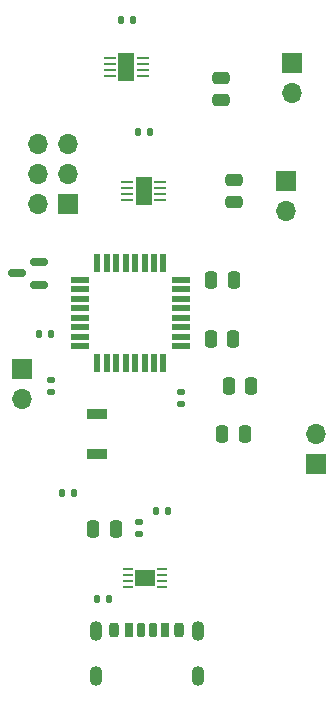
<source format=gbr>
%TF.GenerationSoftware,KiCad,Pcbnew,8.0.7*%
%TF.CreationDate,2025-01-05T21:05:33-07:00*%
%TF.ProjectId,Hat PCB,48617420-5043-4422-9e6b-696361645f70,rev?*%
%TF.SameCoordinates,Original*%
%TF.FileFunction,Soldermask,Top*%
%TF.FilePolarity,Negative*%
%FSLAX46Y46*%
G04 Gerber Fmt 4.6, Leading zero omitted, Abs format (unit mm)*
G04 Created by KiCad (PCBNEW 8.0.7) date 2025-01-05 21:05:33*
%MOMM*%
%LPD*%
G01*
G04 APERTURE LIST*
G04 Aperture macros list*
%AMRoundRect*
0 Rectangle with rounded corners*
0 $1 Rounding radius*
0 $2 $3 $4 $5 $6 $7 $8 $9 X,Y pos of 4 corners*
0 Add a 4 corners polygon primitive as box body*
4,1,4,$2,$3,$4,$5,$6,$7,$8,$9,$2,$3,0*
0 Add four circle primitives for the rounded corners*
1,1,$1+$1,$2,$3*
1,1,$1+$1,$4,$5*
1,1,$1+$1,$6,$7*
1,1,$1+$1,$8,$9*
0 Add four rect primitives between the rounded corners*
20,1,$1+$1,$2,$3,$4,$5,0*
20,1,$1+$1,$4,$5,$6,$7,0*
20,1,$1+$1,$6,$7,$8,$9,0*
20,1,$1+$1,$8,$9,$2,$3,0*%
G04 Aperture macros list end*
%ADD10RoundRect,0.147500X0.172500X-0.147500X0.172500X0.147500X-0.172500X0.147500X-0.172500X-0.147500X0*%
%ADD11R,1.700000X1.700000*%
%ADD12O,1.700000X1.700000*%
%ADD13RoundRect,0.135000X0.135000X0.185000X-0.135000X0.185000X-0.135000X-0.185000X0.135000X-0.185000X0*%
%ADD14RoundRect,0.135000X-0.135000X-0.185000X0.135000X-0.185000X0.135000X0.185000X-0.135000X0.185000X0*%
%ADD15RoundRect,0.250000X-0.250000X-0.475000X0.250000X-0.475000X0.250000X0.475000X-0.250000X0.475000X0*%
%ADD16RoundRect,0.250000X-0.475000X0.250000X-0.475000X-0.250000X0.475000X-0.250000X0.475000X0.250000X0*%
%ADD17RoundRect,0.062500X-0.412500X-0.062500X0.412500X-0.062500X0.412500X0.062500X-0.412500X0.062500X0*%
%ADD18R,1.450000X2.400000*%
%ADD19RoundRect,0.147500X-0.172500X0.147500X-0.172500X-0.147500X0.172500X-0.147500X0.172500X0.147500X0*%
%ADD20RoundRect,0.062500X-0.337500X-0.062500X0.337500X-0.062500X0.337500X0.062500X-0.337500X0.062500X0*%
%ADD21R,1.700000X1.400000*%
%ADD22RoundRect,0.135000X0.185000X-0.135000X0.185000X0.135000X-0.185000X0.135000X-0.185000X-0.135000X0*%
%ADD23R,1.600000X0.550000*%
%ADD24R,0.550000X1.600000*%
%ADD25RoundRect,0.175000X-0.175000X-0.425000X0.175000X-0.425000X0.175000X0.425000X-0.175000X0.425000X0*%
%ADD26RoundRect,0.190000X0.190000X0.410000X-0.190000X0.410000X-0.190000X-0.410000X0.190000X-0.410000X0*%
%ADD27RoundRect,0.200000X0.200000X0.400000X-0.200000X0.400000X-0.200000X-0.400000X0.200000X-0.400000X0*%
%ADD28RoundRect,0.175000X0.175000X0.425000X-0.175000X0.425000X-0.175000X-0.425000X0.175000X-0.425000X0*%
%ADD29RoundRect,0.190000X-0.190000X-0.410000X0.190000X-0.410000X0.190000X0.410000X-0.190000X0.410000X0*%
%ADD30RoundRect,0.200000X-0.200000X-0.400000X0.200000X-0.400000X0.200000X0.400000X-0.200000X0.400000X0*%
%ADD31O,1.100000X1.700000*%
%ADD32RoundRect,0.150000X0.587500X0.150000X-0.587500X0.150000X-0.587500X-0.150000X0.587500X-0.150000X0*%
%ADD33R,1.700000X0.900000*%
%ADD34RoundRect,0.250000X0.250000X0.475000X-0.250000X0.475000X-0.250000X-0.475000X0.250000X-0.475000X0*%
G04 APERTURE END LIST*
D10*
%TO.C,D2*%
X243500000Y-129970000D03*
X243500000Y-129000000D03*
%TD*%
D11*
%TO.C,J1*%
X265950000Y-136050000D03*
D12*
X265950000Y-133510000D03*
%TD*%
D13*
%TO.C,R6*%
X248470000Y-147550000D03*
X247450000Y-147550000D03*
%TD*%
D14*
%TO.C,R5*%
X250917500Y-108000000D03*
X251937500Y-108000000D03*
%TD*%
%TO.C,R1*%
X242530000Y-125050000D03*
X243550000Y-125050000D03*
%TD*%
D11*
%TO.C,J5*%
X241050000Y-128010000D03*
D12*
X241050000Y-130550000D03*
%TD*%
D15*
%TO.C,C1*%
X257050000Y-125500000D03*
X258950000Y-125500000D03*
%TD*%
D16*
%TO.C,C3*%
X257937500Y-103375000D03*
X257937500Y-105275000D03*
%TD*%
D14*
%TO.C,R7*%
X252430000Y-140050000D03*
X253450000Y-140050000D03*
%TD*%
D17*
%TO.C,U3*%
X249987500Y-112225000D03*
X249987500Y-112725000D03*
X249987500Y-113225000D03*
X249987500Y-113725000D03*
X252787500Y-113725000D03*
X252787500Y-113225000D03*
X252787500Y-112725000D03*
X252787500Y-112225000D03*
D18*
X251387500Y-112975000D03*
%TD*%
D14*
%TO.C,R4*%
X249480000Y-98500000D03*
X250500000Y-98500000D03*
%TD*%
D19*
%TO.C,D1*%
X251000000Y-141015000D03*
X251000000Y-141985000D03*
%TD*%
D16*
%TO.C,C2*%
X259000000Y-112000000D03*
X259000000Y-113900000D03*
%TD*%
D14*
%TO.C,R3*%
X244480000Y-138500000D03*
X245500000Y-138500000D03*
%TD*%
D20*
%TO.C,U4*%
X250050000Y-145000000D03*
X250050000Y-145500000D03*
X250050000Y-146000000D03*
X250050000Y-146500000D03*
X252950000Y-146500000D03*
X252950000Y-146000000D03*
X252950000Y-145500000D03*
X252950000Y-145000000D03*
D21*
X251500000Y-145750000D03*
%TD*%
D11*
%TO.C,J4*%
X245000000Y-114040000D03*
D12*
X242460000Y-114040000D03*
X245000000Y-111500000D03*
X242460000Y-111500000D03*
X245000000Y-108960000D03*
X242460000Y-108960000D03*
%TD*%
D15*
%TO.C,C5*%
X258050000Y-133550000D03*
X259950000Y-133550000D03*
%TD*%
D22*
%TO.C,R2*%
X254500000Y-131000000D03*
X254500000Y-129980000D03*
%TD*%
D15*
%TO.C,C4*%
X247100000Y-141550000D03*
X249000000Y-141550000D03*
%TD*%
D23*
%TO.C,U1*%
X246000000Y-120500000D03*
X246000000Y-121300000D03*
X246000000Y-122100000D03*
X246000000Y-122900000D03*
X246000000Y-123700000D03*
X246000000Y-124500000D03*
X246000000Y-125300000D03*
X246000000Y-126100000D03*
D24*
X247450000Y-127550000D03*
X248250000Y-127550000D03*
X249050000Y-127550000D03*
X249850000Y-127550000D03*
X250650000Y-127550000D03*
X251450000Y-127550000D03*
X252250000Y-127550000D03*
X253050000Y-127550000D03*
D23*
X254500000Y-126100000D03*
X254500000Y-125300000D03*
X254500000Y-124500000D03*
X254500000Y-123700000D03*
X254500000Y-122900000D03*
X254500000Y-122100000D03*
X254500000Y-121300000D03*
X254500000Y-120500000D03*
D24*
X253050000Y-119050000D03*
X252250000Y-119050000D03*
X251450000Y-119050000D03*
X250650000Y-119050000D03*
X249850000Y-119050000D03*
X249050000Y-119050000D03*
X248250000Y-119050000D03*
X247450000Y-119050000D03*
%TD*%
D25*
%TO.C,P1*%
X251130000Y-150170000D03*
D26*
X253150000Y-150170000D03*
D27*
X254380000Y-150170000D03*
D28*
X252130000Y-150170000D03*
D29*
X250110000Y-150170000D03*
D30*
X248880000Y-150170000D03*
D31*
X247310000Y-150250000D03*
X247310000Y-154050000D03*
X255950000Y-150250000D03*
X255950000Y-154050000D03*
%TD*%
D32*
%TO.C,Q1*%
X242500000Y-120900000D03*
X242500000Y-119000000D03*
X240625000Y-119950000D03*
%TD*%
D33*
%TO.C,SW1*%
X247450000Y-135250000D03*
X247450000Y-131850000D03*
%TD*%
D11*
%TO.C,J2*%
X263937500Y-102100000D03*
D12*
X263937500Y-104640000D03*
%TD*%
D11*
%TO.C,J3*%
X263437500Y-112100000D03*
D12*
X263437500Y-114640000D03*
%TD*%
D17*
%TO.C,U2*%
X248487500Y-101725000D03*
X248487500Y-102225000D03*
X248487500Y-102725000D03*
X248487500Y-103225000D03*
X251287500Y-103225000D03*
X251287500Y-102725000D03*
X251287500Y-102225000D03*
X251287500Y-101725000D03*
D18*
X249887500Y-102475000D03*
%TD*%
D15*
%TO.C,C7*%
X258600000Y-129500000D03*
X260500000Y-129500000D03*
%TD*%
D34*
%TO.C,C6*%
X259000000Y-120500000D03*
X257100000Y-120500000D03*
%TD*%
M02*

</source>
